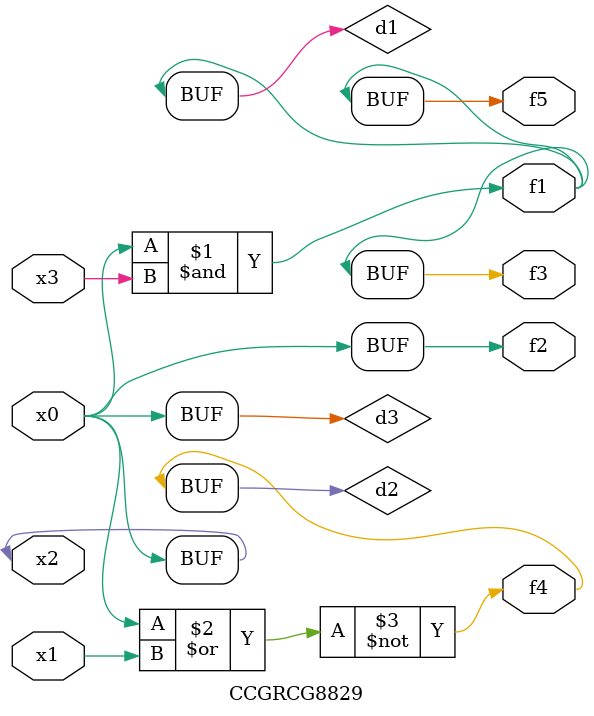
<source format=v>
module CCGRCG8829(
	input x0, x1, x2, x3,
	output f1, f2, f3, f4, f5
);

	wire d1, d2, d3;

	and (d1, x2, x3);
	nor (d2, x0, x1);
	buf (d3, x0, x2);
	assign f1 = d1;
	assign f2 = d3;
	assign f3 = d1;
	assign f4 = d2;
	assign f5 = d1;
endmodule

</source>
